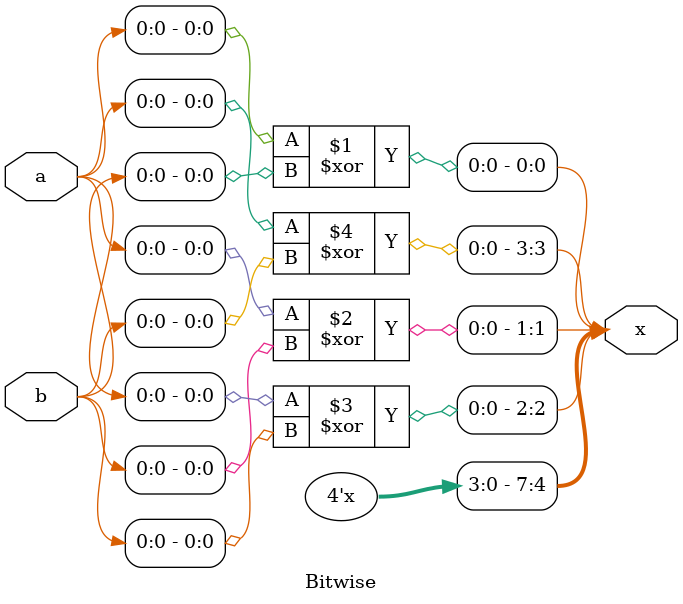
<source format=v>
`timescale 1ns / 1ps
module Bitwise(a, b, x);
	input wire [7:0] a;
	input wire [7:0] b;
	output wire [7:0] x;
	
	assign x[0] = a[0]^b[0];
	assign x[1] = a[0]^b[0];
	assign x[2] = a[0]^b[0];
	assign x[3] = a[0]^b[0];
	assign x[4] = ~in[4];
	assign x[5] = ~in[5];
	assign x[6] = ~in[6];
	assign x[7] = ~in[7];
	 

endmodule

</source>
